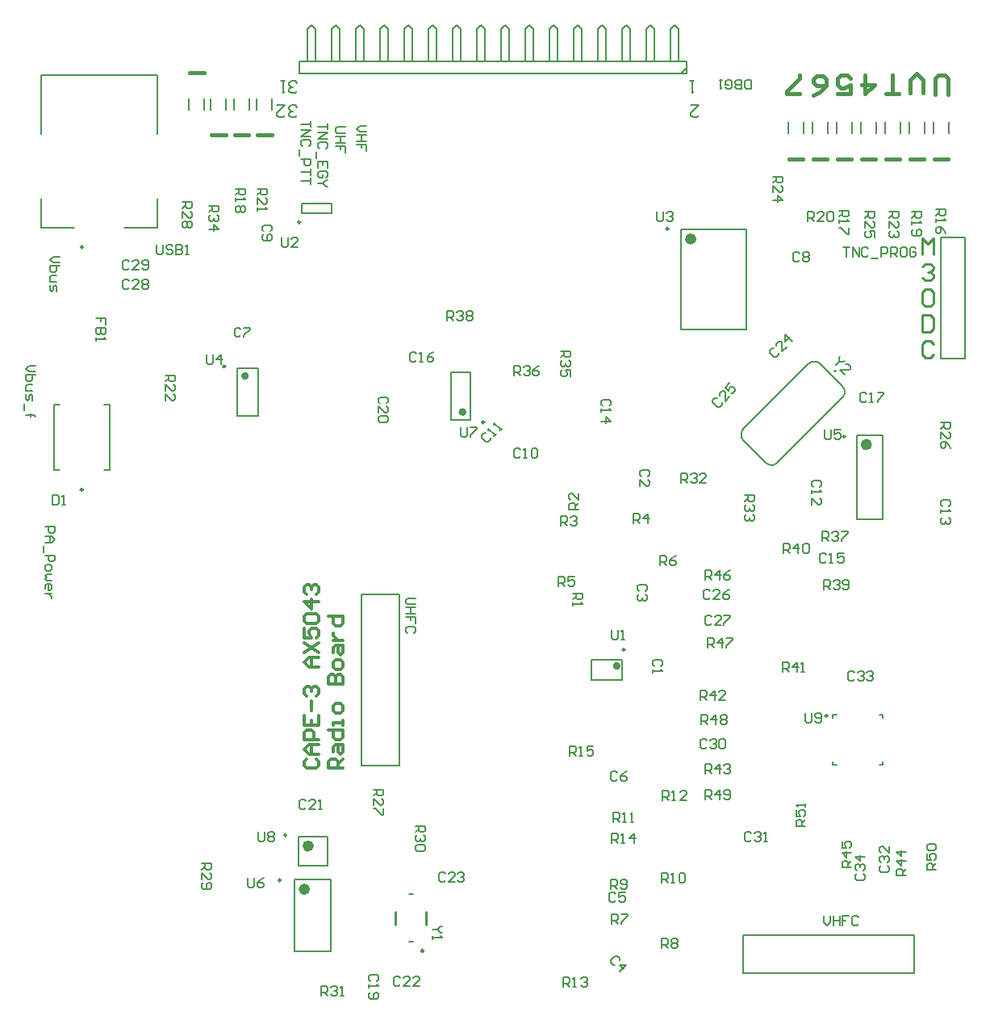
<source format=gto>
G04*
G04 #@! TF.GenerationSoftware,Altium Limited,Altium Designer,19.1.6 (110)*
G04*
G04 Layer_Color=65535*
%FSLAX25Y25*%
%MOIN*%
G70*
G01*
G75*
%ADD10C,0.02362*%
%ADD11C,0.00984*%
%ADD12C,0.01575*%
%ADD13C,0.00787*%
%ADD14C,0.00700*%
%ADD15C,0.01000*%
%ADD16C,0.01200*%
%ADD17C,0.00800*%
D10*
X230303Y-138114D02*
G03*
X230303Y-138114I-1181J0D01*
G01*
X157732Y-53268D02*
G03*
X157732Y-53268I-1181J0D01*
G01*
X-1862Y-321673D02*
G03*
X-1862Y-321673I-1181J0D01*
G01*
X-287Y-303835D02*
G03*
X-287Y-303835I-1181J0D01*
G01*
D11*
X220362Y-134797D02*
G03*
X220362Y-134797I-492J0D01*
G01*
X129382Y-222831D02*
G03*
X129382Y-222831I-492J0D01*
G01*
X-4693Y-46307D02*
G03*
X-4693Y-46307I-492J0D01*
G01*
X147398Y-49055D02*
G03*
X147398Y-49055I-492J0D01*
G01*
X-35713Y-105791D02*
G03*
X-35713Y-105791I-492J0D01*
G01*
X-12787Y-317933D02*
G03*
X-12787Y-317933I-492J0D01*
G01*
X71244Y-128847D02*
G03*
X71244Y-128847I-492J0D01*
G01*
X-10425Y-299307D02*
G03*
X-10425Y-299307I-492J0D01*
G01*
X46216Y-347083D02*
G03*
X46216Y-347083I-492J0D01*
G01*
X213079Y-250118D02*
G03*
X213079Y-250118I-492J0D01*
G01*
X-94508Y-156764D02*
G03*
X-94508Y-156764I-492J0D01*
G01*
X-94453Y-56630D02*
G03*
X-94453Y-56630I-492J0D01*
G01*
X252246Y-59728D02*
Y-52841D01*
X254542Y-55137D01*
X256838Y-52841D01*
Y-59728D01*
X252246Y-64616D02*
X253394Y-63468D01*
X255690D01*
X256838Y-64616D01*
Y-65764D01*
X255690Y-66912D01*
X254542D01*
X255690D01*
X256838Y-68060D01*
Y-69208D01*
X255690Y-70355D01*
X253394D01*
X252246Y-69208D01*
Y-75243D02*
X253394Y-74095D01*
X255690D01*
X256838Y-75243D01*
Y-79835D01*
X255690Y-80983D01*
X253394D01*
X252246Y-79835D01*
Y-75243D01*
Y-84722D02*
Y-91610D01*
X255690D01*
X256838Y-90462D01*
Y-85870D01*
X255690Y-84722D01*
X252246D01*
X256838Y-96497D02*
X255690Y-95350D01*
X253394D01*
X252246Y-96497D01*
Y-101089D01*
X253394Y-102237D01*
X255690D01*
X256838Y-101089D01*
D12*
X126787Y-229500D02*
G03*
X126787Y-229500I-787J0D01*
G01*
X-26795Y-109807D02*
G03*
X-26795Y-109807I-787J0D01*
G01*
X63075Y-124693D02*
G03*
X63075Y-124693I-787J0D01*
G01*
X217047Y-20177D02*
X222953D01*
X257047Y-20177D02*
X262953D01*
X207047Y-20177D02*
X212953D01*
X247047Y-20177D02*
X252953D01*
X-31953Y-10295D02*
X-26047D01*
X-22453D02*
X-16547D01*
X197047Y-20177D02*
X202953D01*
X237047D02*
X242953D01*
X227047D02*
X232953D01*
X-41453Y-10295D02*
X-35547D01*
X-50453Y15295D02*
X-44547D01*
X201425Y6554D02*
X196177D01*
Y7866D01*
X201425Y13113D01*
Y14425D01*
X207178Y6054D02*
X209801Y7366D01*
X212425Y9990D01*
Y12613D01*
X211113Y13925D01*
X208489D01*
X207178Y12613D01*
Y11301D01*
X208489Y9990D01*
X212425D01*
X217178Y6554D02*
X222425D01*
Y10490D01*
X219801Y9178D01*
X218490D01*
X217178Y10490D01*
Y13113D01*
X218490Y14425D01*
X221113D01*
X222425Y13113D01*
X228489Y14425D02*
Y6554D01*
X232425Y10490D01*
X227178D01*
X262925Y6398D02*
Y12957D01*
X261613Y14269D01*
X258990D01*
X257678Y12957D01*
Y6398D01*
X242425Y6554D02*
X237178D01*
X239801D01*
Y14425D01*
X252425Y7054D02*
Y12301D01*
X249801Y14925D01*
X247178Y12301D01*
Y7054D01*
D13*
X219254Y-118665D02*
G03*
X219254Y-114072I-2297J2297D01*
G01*
X209928Y-104746D02*
G03*
X205335Y-104746I-2297J-2297D01*
G01*
X178331Y-131749D02*
G03*
X178331Y-136343I2297J-2297D01*
G01*
X187657Y-145669D02*
G03*
X192251Y-145669I2297J2297D01*
G01*
X225185Y-168823D02*
X235815D01*
X225185Y-134177D02*
X235815D01*
Y-168823D02*
Y-134177D01*
X225185Y-168823D02*
Y-134177D01*
X178268Y-356437D02*
X248740D01*
X178268Y-340689D02*
X248740D01*
X178268Y-356437D02*
Y-340689D01*
X248740Y-356437D02*
Y-340689D01*
X36142Y-270559D02*
Y-200087D01*
X20394Y-270559D02*
Y-200087D01*
Y-270559D02*
X36142D01*
X20394Y-200087D02*
X36142D01*
X115701Y-226866D02*
X128299D01*
X115701Y-235134D02*
X128299D01*
Y-226866D01*
X115701Y-235134D02*
Y-226866D01*
X216850Y-9744D02*
Y-5020D01*
X223150Y-9744D02*
Y-5020D01*
X256850Y-9744D02*
Y-5020D01*
X263150Y-9744D02*
Y-5020D01*
X206850Y-9744D02*
Y-5020D01*
X213150Y-9744D02*
Y-5020D01*
X246850Y-9744D02*
Y-5020D01*
X253150Y-9744D02*
Y-5020D01*
X-32150Y138D02*
Y4862D01*
X-25850Y138D02*
Y4862D01*
X-4102Y-42469D02*
Y-38532D01*
X8102Y-42469D02*
Y-38532D01*
X-4102Y-42469D02*
X8102D01*
X-4102Y-38532D02*
X8102D01*
X152614Y-90669D02*
Y-49331D01*
X179386Y-90669D02*
Y-49331D01*
X152614D02*
X179386D01*
X152614Y-90669D02*
X179386D01*
X-22650Y138D02*
Y4862D01*
X-16350Y138D02*
Y4862D01*
X-30732Y-126342D02*
Y-106658D01*
X-22268Y-126342D02*
Y-106658D01*
X-30732D02*
X-22268D01*
X-30732Y-126342D02*
X-22268D01*
X196850Y-9744D02*
Y-5020D01*
X203150Y-9744D02*
Y-5020D01*
X236850Y-9744D02*
Y-5020D01*
X243150Y-9744D02*
Y-5020D01*
X226850Y-9744D02*
Y-5020D01*
X233150Y-9744D02*
Y-5020D01*
X260000Y-52500D02*
X270000D01*
Y-102500D02*
Y-52500D01*
X260000Y-102500D02*
Y-52500D01*
Y-102500D02*
X270000D01*
X-6980Y-347264D02*
X7980D01*
X-6980Y-317736D02*
X7980D01*
Y-347264D02*
Y-317736D01*
X-6980Y-347264D02*
Y-317736D01*
X-41650Y138D02*
Y4862D01*
X-35350Y138D02*
Y4862D01*
X57563Y-108158D02*
X65437D01*
X57563Y-127842D02*
X65437D01*
X57563D02*
Y-108158D01*
X65437Y-127842D02*
Y-108158D01*
X-44350Y138D02*
Y4862D01*
X-50650Y138D02*
Y4862D01*
X-5406Y-312102D02*
X6406D01*
X-5406Y-299898D02*
X6406D01*
Y-312102D02*
Y-299898D01*
X-5406Y-312102D02*
Y-299898D01*
X40213Y-343342D02*
X41787D01*
X40213Y-323657D02*
X41787D01*
X209928Y-104746D02*
X219254Y-114072D01*
X192251Y-145669D02*
X219254Y-118665D01*
X178331Y-131749D02*
X205335Y-104746D01*
X178331Y-136343D02*
X187657Y-145669D01*
X215146Y-251102D02*
Y-249528D01*
X216721D01*
X234437D02*
X236012D01*
Y-251102D02*
Y-249528D01*
Y-270394D02*
Y-268819D01*
X234437Y-270394D02*
X236012D01*
X215146D02*
Y-268819D01*
Y-270394D02*
X216721D01*
X155000Y15000D02*
X155000Y20000D01*
X-5000Y20000D02*
X155000Y20000D01*
X-5000Y20000D02*
X-5000Y15000D01*
X152500D02*
X155000Y17500D01*
X151667Y20000D02*
Y33333D01*
X150000Y35000D02*
X151667Y33333D01*
X148333D02*
X150000Y35000D01*
X148333Y20000D02*
Y33333D01*
X141667Y20000D02*
Y33333D01*
X140000Y35000D02*
X141667Y33333D01*
X138333D02*
X140000Y35000D01*
X138333Y33333D02*
X138333Y20000D01*
X131667D02*
X131667Y33333D01*
X130000Y35000D02*
X131667Y33333D01*
X128333D02*
X130000Y35000D01*
X128333Y20000D02*
X128333Y33333D01*
X121667Y20000D02*
Y33333D01*
X120000Y35000D02*
X121667Y33333D01*
X118333D02*
X120000Y35000D01*
X118333Y20000D02*
Y33333D01*
X111667Y20000D02*
Y33333D01*
X110000Y35000D02*
X111667Y33333D01*
X108333Y33333D02*
X110000Y35000D01*
X108333Y20000D02*
Y33333D01*
X101667Y20000D02*
Y33333D01*
X100000Y35000D02*
X101667Y33333D01*
X98333D02*
X100000Y35000D01*
X98333Y20000D02*
Y33333D01*
X91667D02*
X91667Y20000D01*
X90000Y35000D02*
X91667Y33333D01*
X88333D02*
X90000Y35000D01*
X88333Y20000D02*
Y33333D01*
X81667Y20000D02*
X81667Y33333D01*
X80000Y35000D02*
X81667Y33333D01*
X78333D02*
X80000Y35000D01*
X78333Y20000D02*
Y33333D01*
X71667Y20000D02*
Y33333D01*
X70000Y35000D02*
X71667Y33333D01*
X68333Y33333D02*
X70000Y35000D01*
X68333Y20000D02*
Y33333D01*
X61667Y20000D02*
Y33333D01*
X60000Y35000D02*
X61667Y33333D01*
X58333D02*
X60000Y35000D01*
X58333Y20000D02*
Y33333D01*
X51667Y20000D02*
Y33333D01*
X50000Y35000D02*
X51667Y33333D01*
X48333D02*
X50000Y35000D01*
X48333Y20000D02*
Y33333D01*
X41667Y20000D02*
X41667Y33333D01*
X40000Y35000D02*
X41667Y33333D01*
X38333D02*
X40000Y35000D01*
X38333Y20000D02*
X38333Y33333D01*
X31667Y20000D02*
Y33333D01*
X30000Y35000D02*
X31667Y33333D01*
X28333D02*
X30000Y35000D01*
X28333Y20000D02*
Y33333D01*
X21667Y20000D02*
Y33333D01*
X20000Y35000D02*
X21667Y33333D01*
X18333Y33333D02*
X20000Y35000D01*
X18333Y20000D02*
Y33333D01*
X11667Y20000D02*
Y33333D01*
X10000Y35000D02*
X11667Y33333D01*
X8333D02*
X10000Y35000D01*
X8333Y20000D02*
Y33333D01*
X1667Y20000D02*
Y33333D01*
X0Y35000D02*
X1667Y33333D01*
X-1667D02*
X0Y35000D01*
X-1667Y20000D02*
X-1667Y33333D01*
X-5000Y15000D02*
X155000Y15000D01*
X-106496Y-148553D02*
Y-121545D01*
X-104075D01*
X-106496Y-148553D02*
X-104075D01*
X-83504D02*
Y-121545D01*
X-85925Y-148553D02*
X-83504D01*
X-85925Y-121545D02*
X-83504D01*
X-111724Y14433D02*
X-63929Y14433D01*
X-111724Y-48559D02*
X-98142D01*
X-111724D02*
Y-36748D01*
Y-9819D02*
Y14433D01*
X-63929Y-9819D02*
Y14433D01*
Y-48559D02*
Y-36748D01*
X-77512Y-48559D02*
X-63929Y-48559D01*
X211500Y-332564D02*
Y-335188D01*
X212812Y-336500D01*
X214124Y-335188D01*
Y-332564D01*
X215436D02*
Y-336500D01*
Y-334532D01*
X218059D01*
Y-332564D01*
Y-336500D01*
X221995Y-332564D02*
X219372D01*
Y-334532D01*
X220683D01*
X219372D01*
Y-336500D01*
X225931Y-333220D02*
X225275Y-332564D01*
X223963D01*
X223307Y-333220D01*
Y-335844D01*
X223963Y-336500D01*
X225275D01*
X225931Y-335844D01*
X42936Y-201500D02*
X39656D01*
X39000Y-202156D01*
Y-203468D01*
X39656Y-204124D01*
X42936D01*
Y-205436D02*
X39000D01*
X40968D01*
Y-208060D01*
X42936D01*
X39000D01*
X42936Y-211995D02*
Y-209371D01*
X40968D01*
Y-210683D01*
Y-209371D01*
X39000D01*
X42280Y-215931D02*
X42936Y-215275D01*
Y-213963D01*
X42280Y-213307D01*
X39656D01*
X39000Y-213963D01*
Y-215275D01*
X39656Y-215931D01*
X212000Y-132064D02*
Y-135344D01*
X212656Y-136000D01*
X213968D01*
X214624Y-135344D01*
Y-132064D01*
X218560D02*
X215936D01*
Y-134032D01*
X217248Y-133376D01*
X217904D01*
X218560Y-134032D01*
Y-135344D01*
X217904Y-136000D01*
X216592D01*
X215936Y-135344D01*
X218283Y-101717D02*
X217819Y-102181D01*
Y-104036D01*
X219674D01*
X220138Y-103572D01*
X217819Y-104036D02*
X216428Y-105428D01*
X220138Y-109138D02*
X218283Y-107283D01*
X221994D01*
X222458Y-106819D01*
X222458Y-105892D01*
X221530Y-104964D01*
X220602D01*
X53936Y-337000D02*
X53280D01*
X51968Y-338312D01*
X53280Y-339624D01*
X53936D01*
X51968Y-338312D02*
X50000D01*
Y-340936D02*
Y-342248D01*
Y-341592D01*
X53936D01*
X53280Y-340936D01*
X22436Y-6500D02*
X19812D01*
X18500Y-7812D01*
X19812Y-9124D01*
X22436D01*
Y-10436D02*
X18500D01*
X20468D01*
Y-13060D01*
X22436D01*
X18500D01*
X22436Y-16995D02*
Y-14371D01*
X20468D01*
Y-15683D01*
Y-14371D01*
X18500D01*
X-104064Y-60500D02*
X-106688D01*
X-108000Y-61812D01*
X-106688Y-63124D01*
X-104064D01*
Y-64436D02*
X-108000D01*
Y-66404D01*
X-107344Y-67060D01*
X-106688D01*
X-106032D01*
X-105376Y-66404D01*
Y-64436D01*
Y-68371D02*
X-107344D01*
X-108000Y-69027D01*
Y-70995D01*
X-105376D01*
X-108000Y-72307D02*
Y-74275D01*
X-107344Y-74931D01*
X-106688Y-74275D01*
Y-72963D01*
X-106032Y-72307D01*
X-105376Y-72963D01*
Y-74931D01*
X-114064Y-105500D02*
X-116688D01*
X-118000Y-106812D01*
X-116688Y-108124D01*
X-114064D01*
Y-109436D02*
X-118000D01*
Y-111404D01*
X-117344Y-112060D01*
X-116688D01*
X-116032D01*
X-115376Y-111404D01*
Y-109436D01*
Y-113372D02*
X-117344D01*
X-118000Y-114027D01*
Y-115995D01*
X-115376D01*
X-118000Y-117307D02*
Y-119275D01*
X-117344Y-119931D01*
X-116688Y-119275D01*
Y-117963D01*
X-116032Y-117307D01*
X-115376Y-117963D01*
Y-119931D01*
X-118656Y-121243D02*
Y-123867D01*
X-118000Y-125835D02*
X-114720D01*
X-116032D01*
Y-125179D01*
Y-126491D01*
Y-125835D01*
X-114720D01*
X-114064Y-126491D01*
X-64000Y-55564D02*
Y-58844D01*
X-63344Y-59500D01*
X-62032D01*
X-61376Y-58844D01*
Y-55564D01*
X-57440Y-56220D02*
X-58096Y-55564D01*
X-59408D01*
X-60064Y-56220D01*
Y-56876D01*
X-59408Y-57532D01*
X-58096D01*
X-57440Y-58188D01*
Y-58844D01*
X-58096Y-59500D01*
X-59408D01*
X-60064Y-58844D01*
X-56129Y-55564D02*
Y-59500D01*
X-54161D01*
X-53505Y-58844D01*
Y-58188D01*
X-54161Y-57532D01*
X-56129D01*
X-54161D01*
X-53505Y-56876D01*
Y-56220D01*
X-54161Y-55564D01*
X-56129D01*
X-52193Y-59500D02*
X-50881D01*
X-51537D01*
Y-55564D01*
X-52193Y-56220D01*
X13936Y-7000D02*
X10656D01*
X10000Y-7656D01*
Y-8968D01*
X10656Y-9624D01*
X13936D01*
Y-10936D02*
X10000D01*
X11968D01*
Y-13560D01*
X13936D01*
X10000D01*
X13936Y-17495D02*
Y-14872D01*
X11968D01*
Y-16183D01*
Y-14872D01*
X10000D01*
X204000Y-249064D02*
Y-252344D01*
X204656Y-253000D01*
X205968D01*
X206624Y-252344D01*
Y-249064D01*
X207936Y-252344D02*
X208592Y-253000D01*
X209904D01*
X210560Y-252344D01*
Y-249720D01*
X209904Y-249064D01*
X208592D01*
X207936Y-249720D01*
Y-250376D01*
X208592Y-251032D01*
X210560D01*
X-22000Y-298064D02*
Y-301344D01*
X-21344Y-302000D01*
X-20032D01*
X-19376Y-301344D01*
Y-298064D01*
X-18064Y-298720D02*
X-17408Y-298064D01*
X-16096D01*
X-15440Y-298720D01*
Y-299376D01*
X-16096Y-300032D01*
X-15440Y-300688D01*
Y-301344D01*
X-16096Y-302000D01*
X-17408D01*
X-18064Y-301344D01*
Y-300688D01*
X-17408Y-300032D01*
X-18064Y-299376D01*
Y-298720D01*
X-17408Y-300032D02*
X-16096D01*
X61500Y-131064D02*
Y-134344D01*
X62156Y-135000D01*
X63468D01*
X64124Y-134344D01*
Y-131064D01*
X65436D02*
X68060D01*
Y-131720D01*
X65436Y-134344D01*
Y-135000D01*
X-26500Y-317064D02*
Y-320344D01*
X-25844Y-321000D01*
X-24532D01*
X-23876Y-320344D01*
Y-317064D01*
X-19940D02*
X-21252Y-317720D01*
X-22564Y-319032D01*
Y-320344D01*
X-21908Y-321000D01*
X-20596D01*
X-19940Y-320344D01*
Y-319688D01*
X-20596Y-319032D01*
X-22564D01*
X-43500Y-101064D02*
Y-104344D01*
X-42844Y-105000D01*
X-41532D01*
X-40876Y-104344D01*
Y-101064D01*
X-37596Y-105000D02*
Y-101064D01*
X-39564Y-103032D01*
X-36940D01*
X142500Y-42064D02*
Y-45344D01*
X143156Y-46000D01*
X144468D01*
X145124Y-45344D01*
Y-42064D01*
X146436Y-42720D02*
X147092Y-42064D01*
X148404D01*
X149060Y-42720D01*
Y-43376D01*
X148404Y-44032D01*
X147748D01*
X148404D01*
X149060Y-44688D01*
Y-45344D01*
X148404Y-46000D01*
X147092D01*
X146436Y-45344D01*
X-12500Y-52564D02*
Y-55844D01*
X-11844Y-56500D01*
X-10532D01*
X-9876Y-55844D01*
Y-52564D01*
X-5940Y-56500D02*
X-8564D01*
X-5940Y-53876D01*
Y-53220D01*
X-6596Y-52564D01*
X-7908D01*
X-8564Y-53220D01*
X124000Y-214564D02*
Y-217844D01*
X124656Y-218500D01*
X125968D01*
X126624Y-217844D01*
Y-214564D01*
X127936Y-218500D02*
X129248D01*
X128592D01*
Y-214564D01*
X127936Y-215220D01*
X-564Y-4500D02*
Y-7124D01*
Y-5812D01*
X-4500D01*
Y-8436D02*
X-564D01*
X-4500Y-11060D01*
X-564D01*
X-1220Y-14995D02*
X-564Y-14339D01*
Y-13027D01*
X-1220Y-12371D01*
X-3844D01*
X-4500Y-13027D01*
Y-14339D01*
X-3844Y-14995D01*
X-5156Y-16307D02*
Y-18931D01*
X-4500Y-20243D02*
X-564D01*
Y-22211D01*
X-1220Y-22867D01*
X-2532D01*
X-3188Y-22211D01*
Y-20243D01*
X-564Y-24179D02*
Y-26803D01*
Y-25491D01*
X-4500D01*
X-564Y-28114D02*
Y-30738D01*
Y-29426D01*
X-4500D01*
X219500Y-56564D02*
X222124D01*
X220812D01*
Y-60500D01*
X223436D02*
Y-56564D01*
X226060Y-60500D01*
Y-56564D01*
X229995Y-57220D02*
X229339Y-56564D01*
X228027D01*
X227372Y-57220D01*
Y-59844D01*
X228027Y-60500D01*
X229339D01*
X229995Y-59844D01*
X231307Y-61156D02*
X233931D01*
X235243Y-60500D02*
Y-56564D01*
X237211D01*
X237867Y-57220D01*
Y-58532D01*
X237211Y-59188D01*
X235243D01*
X239179Y-60500D02*
Y-56564D01*
X241147D01*
X241803Y-57220D01*
Y-58532D01*
X241147Y-59188D01*
X239179D01*
X240491D02*
X241803Y-60500D01*
X245082Y-56564D02*
X243770D01*
X243114Y-57220D01*
Y-59844D01*
X243770Y-60500D01*
X245082D01*
X245738Y-59844D01*
Y-57220D01*
X245082Y-56564D01*
X249674Y-57220D02*
X249018Y-56564D01*
X247706D01*
X247050Y-57220D01*
Y-59844D01*
X247706Y-60500D01*
X249018D01*
X249674Y-59844D01*
Y-58532D01*
X248362D01*
X6436Y-5500D02*
Y-8124D01*
Y-6812D01*
X2500D01*
Y-9436D02*
X6436D01*
X2500Y-12060D01*
X6436D01*
X5780Y-15995D02*
X6436Y-15339D01*
Y-14027D01*
X5780Y-13372D01*
X3156D01*
X2500Y-14027D01*
Y-15339D01*
X3156Y-15995D01*
X1844Y-17307D02*
Y-19931D01*
X6436Y-23867D02*
Y-21243D01*
X2500D01*
Y-23867D01*
X4468Y-21243D02*
Y-22555D01*
X5780Y-27803D02*
X6436Y-27147D01*
Y-25835D01*
X5780Y-25179D01*
X3156D01*
X2500Y-25835D01*
Y-27147D01*
X3156Y-27803D01*
X4468D01*
Y-26491D01*
X6436Y-29114D02*
X5780D01*
X4468Y-30426D01*
X5780Y-31738D01*
X6436D01*
X4468Y-30426D02*
X2500D01*
X204000Y-295500D02*
X200064D01*
Y-293532D01*
X200720Y-292876D01*
X202032D01*
X202688Y-293532D01*
Y-295500D01*
Y-294188D02*
X204000Y-292876D01*
X200064Y-288940D02*
Y-291564D01*
X202032D01*
X201376Y-290252D01*
Y-289596D01*
X202032Y-288940D01*
X203344D01*
X204000Y-289596D01*
Y-290908D01*
X203344Y-291564D01*
X204000Y-287629D02*
Y-286317D01*
Y-286973D01*
X200064D01*
X200720Y-287629D01*
X258000Y-313500D02*
X254064D01*
Y-311532D01*
X254720Y-310876D01*
X256032D01*
X256688Y-311532D01*
Y-313500D01*
Y-312188D02*
X258000Y-310876D01*
X254064Y-306940D02*
Y-309564D01*
X256032D01*
X255376Y-308252D01*
Y-307596D01*
X256032Y-306940D01*
X257344D01*
X258000Y-307596D01*
Y-308908D01*
X257344Y-309564D01*
X254720Y-305628D02*
X254064Y-304973D01*
Y-303661D01*
X254720Y-303005D01*
X257344D01*
X258000Y-303661D01*
Y-304973D01*
X257344Y-305628D01*
X254720D01*
X162500Y-284500D02*
Y-280564D01*
X164468D01*
X165124Y-281220D01*
Y-282532D01*
X164468Y-283188D01*
X162500D01*
X163812D02*
X165124Y-284500D01*
X168404D02*
Y-280564D01*
X166436Y-282532D01*
X169060D01*
X170371Y-283844D02*
X171027Y-284500D01*
X172339D01*
X172995Y-283844D01*
Y-281220D01*
X172339Y-280564D01*
X171027D01*
X170371Y-281220D01*
Y-281876D01*
X171027Y-282532D01*
X172995D01*
X161000Y-253500D02*
Y-249564D01*
X162968D01*
X163624Y-250220D01*
Y-251532D01*
X162968Y-252188D01*
X161000D01*
X162312D02*
X163624Y-253500D01*
X166904D02*
Y-249564D01*
X164936Y-251532D01*
X167560D01*
X168871Y-250220D02*
X169527Y-249564D01*
X170839D01*
X171495Y-250220D01*
Y-250876D01*
X170839Y-251532D01*
X171495Y-252188D01*
Y-252844D01*
X170839Y-253500D01*
X169527D01*
X168871Y-252844D01*
Y-252188D01*
X169527Y-251532D01*
X168871Y-250876D01*
Y-250220D01*
X169527Y-251532D02*
X170839D01*
X163500Y-222000D02*
Y-218064D01*
X165468D01*
X166124Y-218720D01*
Y-220032D01*
X165468Y-220688D01*
X163500D01*
X164812D02*
X166124Y-222000D01*
X169404D02*
Y-218064D01*
X167436Y-220032D01*
X170060D01*
X171371Y-218064D02*
X173995D01*
Y-218720D01*
X171371Y-221344D01*
Y-222000D01*
X162500Y-194000D02*
Y-190064D01*
X164468D01*
X165124Y-190720D01*
Y-192032D01*
X164468Y-192688D01*
X162500D01*
X163812D02*
X165124Y-194000D01*
X168404D02*
Y-190064D01*
X166436Y-192032D01*
X169060D01*
X172995Y-190064D02*
X171683Y-190720D01*
X170371Y-192032D01*
Y-193344D01*
X171027Y-194000D01*
X172339D01*
X172995Y-193344D01*
Y-192688D01*
X172339Y-192032D01*
X170371D01*
X223000Y-312500D02*
X219064D01*
Y-310532D01*
X219720Y-309876D01*
X221032D01*
X221688Y-310532D01*
Y-312500D01*
Y-311188D02*
X223000Y-309876D01*
Y-306596D02*
X219064D01*
X221032Y-308564D01*
Y-305940D01*
X219064Y-302005D02*
Y-304628D01*
X221032D01*
X220376Y-303317D01*
Y-302661D01*
X221032Y-302005D01*
X222344D01*
X223000Y-302661D01*
Y-303973D01*
X222344Y-304628D01*
X245500Y-316000D02*
X241564D01*
Y-314032D01*
X242220Y-313376D01*
X243532D01*
X244188Y-314032D01*
Y-316000D01*
Y-314688D02*
X245500Y-313376D01*
Y-310096D02*
X241564D01*
X243532Y-312064D01*
Y-309440D01*
X245500Y-306161D02*
X241564D01*
X243532Y-308128D01*
Y-305505D01*
X162500Y-274000D02*
Y-270064D01*
X164468D01*
X165124Y-270720D01*
Y-272032D01*
X164468Y-272688D01*
X162500D01*
X163812D02*
X165124Y-274000D01*
X168404D02*
Y-270064D01*
X166436Y-272032D01*
X169060D01*
X170371Y-270720D02*
X171027Y-270064D01*
X172339D01*
X172995Y-270720D01*
Y-271376D01*
X172339Y-272032D01*
X171683D01*
X172339D01*
X172995Y-272688D01*
Y-273344D01*
X172339Y-274000D01*
X171027D01*
X170371Y-273344D01*
X160500Y-243500D02*
Y-239564D01*
X162468D01*
X163124Y-240220D01*
Y-241532D01*
X162468Y-242188D01*
X160500D01*
X161812D02*
X163124Y-243500D01*
X166404D02*
Y-239564D01*
X164436Y-241532D01*
X167060D01*
X170995Y-243500D02*
X168371D01*
X170995Y-240876D01*
Y-240220D01*
X170339Y-239564D01*
X169027D01*
X168371Y-240220D01*
X194500Y-232000D02*
Y-228064D01*
X196468D01*
X197124Y-228720D01*
Y-230032D01*
X196468Y-230688D01*
X194500D01*
X195812D02*
X197124Y-232000D01*
X200404D02*
Y-228064D01*
X198436Y-230032D01*
X201060D01*
X202372Y-232000D02*
X203683D01*
X203027D01*
Y-228064D01*
X202372Y-228720D01*
X195000Y-183000D02*
Y-179064D01*
X196968D01*
X197624Y-179720D01*
Y-181032D01*
X196968Y-181688D01*
X195000D01*
X196312D02*
X197624Y-183000D01*
X200904D02*
Y-179064D01*
X198936Y-181032D01*
X201560D01*
X202871Y-179720D02*
X203527Y-179064D01*
X204839D01*
X205495Y-179720D01*
Y-182344D01*
X204839Y-183000D01*
X203527D01*
X202871Y-182344D01*
Y-179720D01*
X211500Y-198000D02*
Y-194064D01*
X213468D01*
X214124Y-194720D01*
Y-196032D01*
X213468Y-196688D01*
X211500D01*
X212812D02*
X214124Y-198000D01*
X215436Y-194720D02*
X216092Y-194064D01*
X217404D01*
X218060Y-194720D01*
Y-195376D01*
X217404Y-196032D01*
X216748D01*
X217404D01*
X218060Y-196688D01*
Y-197344D01*
X217404Y-198000D01*
X216092D01*
X215436Y-197344D01*
X219372D02*
X220027Y-198000D01*
X221339D01*
X221995Y-197344D01*
Y-194720D01*
X221339Y-194064D01*
X220027D01*
X219372Y-194720D01*
Y-195376D01*
X220027Y-196032D01*
X221995D01*
X56000Y-87000D02*
Y-83064D01*
X57968D01*
X58624Y-83720D01*
Y-85032D01*
X57968Y-85688D01*
X56000D01*
X57312D02*
X58624Y-87000D01*
X59936Y-83720D02*
X60592Y-83064D01*
X61904D01*
X62560Y-83720D01*
Y-84376D01*
X61904Y-85032D01*
X61248D01*
X61904D01*
X62560Y-85688D01*
Y-86344D01*
X61904Y-87000D01*
X60592D01*
X59936Y-86344D01*
X63872Y-83720D02*
X64527Y-83064D01*
X65839D01*
X66495Y-83720D01*
Y-84376D01*
X65839Y-85032D01*
X66495Y-85688D01*
Y-86344D01*
X65839Y-87000D01*
X64527D01*
X63872Y-86344D01*
Y-85688D01*
X64527Y-85032D01*
X63872Y-84376D01*
Y-83720D01*
X64527Y-85032D02*
X65839D01*
X211000Y-178000D02*
Y-174064D01*
X212968D01*
X213624Y-174720D01*
Y-176032D01*
X212968Y-176688D01*
X211000D01*
X212312D02*
X213624Y-178000D01*
X214936Y-174720D02*
X215592Y-174064D01*
X216904D01*
X217560Y-174720D01*
Y-175376D01*
X216904Y-176032D01*
X216248D01*
X216904D01*
X217560Y-176688D01*
Y-177344D01*
X216904Y-178000D01*
X215592D01*
X214936Y-177344D01*
X218871Y-174064D02*
X221495D01*
Y-174720D01*
X218871Y-177344D01*
Y-178000D01*
X83500Y-109500D02*
Y-105564D01*
X85468D01*
X86124Y-106220D01*
Y-107532D01*
X85468Y-108188D01*
X83500D01*
X84812D02*
X86124Y-109500D01*
X87436Y-106220D02*
X88092Y-105564D01*
X89404D01*
X90060Y-106220D01*
Y-106876D01*
X89404Y-107532D01*
X88748D01*
X89404D01*
X90060Y-108188D01*
Y-108844D01*
X89404Y-109500D01*
X88092D01*
X87436Y-108844D01*
X93995Y-105564D02*
X92683Y-106220D01*
X91372Y-107532D01*
Y-108844D01*
X92027Y-109500D01*
X93339D01*
X93995Y-108844D01*
Y-108188D01*
X93339Y-107532D01*
X91372D01*
X103000Y-99500D02*
X106936D01*
Y-101468D01*
X106280Y-102124D01*
X104968D01*
X104312Y-101468D01*
Y-99500D01*
Y-100812D02*
X103000Y-102124D01*
X106280Y-103436D02*
X106936Y-104092D01*
Y-105404D01*
X106280Y-106060D01*
X105624D01*
X104968Y-105404D01*
Y-104748D01*
Y-105404D01*
X104312Y-106060D01*
X103656D01*
X103000Y-105404D01*
Y-104092D01*
X103656Y-103436D01*
X106936Y-109995D02*
Y-107371D01*
X104968D01*
X105624Y-108683D01*
Y-109339D01*
X104968Y-109995D01*
X103656D01*
X103000Y-109339D01*
Y-108027D01*
X103656Y-107371D01*
X-42500Y-39500D02*
X-38564D01*
Y-41468D01*
X-39220Y-42124D01*
X-40532D01*
X-41188Y-41468D01*
Y-39500D01*
Y-40812D02*
X-42500Y-42124D01*
X-39220Y-43436D02*
X-38564Y-44092D01*
Y-45404D01*
X-39220Y-46060D01*
X-39876D01*
X-40532Y-45404D01*
Y-44748D01*
Y-45404D01*
X-41188Y-46060D01*
X-41844D01*
X-42500Y-45404D01*
Y-44092D01*
X-41844Y-43436D01*
X-42500Y-49339D02*
X-38564D01*
X-40532Y-47372D01*
Y-49995D01*
X179000Y-159000D02*
X182936D01*
Y-160968D01*
X182280Y-161624D01*
X180968D01*
X180312Y-160968D01*
Y-159000D01*
Y-160312D02*
X179000Y-161624D01*
X182280Y-162936D02*
X182936Y-163592D01*
Y-164904D01*
X182280Y-165560D01*
X181624D01*
X180968Y-164904D01*
Y-164248D01*
Y-164904D01*
X180312Y-165560D01*
X179656D01*
X179000Y-164904D01*
Y-163592D01*
X179656Y-162936D01*
X182280Y-166872D02*
X182936Y-167527D01*
Y-168839D01*
X182280Y-169495D01*
X181624D01*
X180968Y-168839D01*
Y-168183D01*
Y-168839D01*
X180312Y-169495D01*
X179656D01*
X179000Y-168839D01*
Y-167527D01*
X179656Y-166872D01*
X152500Y-154000D02*
Y-150064D01*
X154468D01*
X155124Y-150720D01*
Y-152032D01*
X154468Y-152688D01*
X152500D01*
X153812D02*
X155124Y-154000D01*
X156436Y-150720D02*
X157092Y-150064D01*
X158404D01*
X159060Y-150720D01*
Y-151376D01*
X158404Y-152032D01*
X157748D01*
X158404D01*
X159060Y-152688D01*
Y-153344D01*
X158404Y-154000D01*
X157092D01*
X156436Y-153344D01*
X162995Y-154000D02*
X160371D01*
X162995Y-151376D01*
Y-150720D01*
X162339Y-150064D01*
X161027D01*
X160371Y-150720D01*
X4000Y-365500D02*
Y-361564D01*
X5968D01*
X6624Y-362220D01*
Y-363532D01*
X5968Y-364188D01*
X4000D01*
X5312D02*
X6624Y-365500D01*
X7936Y-362220D02*
X8592Y-361564D01*
X9904D01*
X10560Y-362220D01*
Y-362876D01*
X9904Y-363532D01*
X9248D01*
X9904D01*
X10560Y-364188D01*
Y-364844D01*
X9904Y-365500D01*
X8592D01*
X7936Y-364844D01*
X11872Y-365500D02*
X13183D01*
X12527D01*
Y-361564D01*
X11872Y-362220D01*
X43000Y-295500D02*
X46936D01*
Y-297468D01*
X46280Y-298124D01*
X44968D01*
X44312Y-297468D01*
Y-295500D01*
Y-296812D02*
X43000Y-298124D01*
X46280Y-299436D02*
X46936Y-300092D01*
Y-301404D01*
X46280Y-302060D01*
X45624D01*
X44968Y-301404D01*
Y-300748D01*
Y-301404D01*
X44312Y-302060D01*
X43656D01*
X43000Y-301404D01*
Y-300092D01*
X43656Y-299436D01*
X46280Y-303372D02*
X46936Y-304027D01*
Y-305339D01*
X46280Y-305995D01*
X43656D01*
X43000Y-305339D01*
Y-304027D01*
X43656Y-303372D01*
X46280D01*
X-45500Y-311000D02*
X-41564D01*
Y-312968D01*
X-42220Y-313624D01*
X-43532D01*
X-44188Y-312968D01*
Y-311000D01*
Y-312312D02*
X-45500Y-313624D01*
Y-317560D02*
Y-314936D01*
X-42876Y-317560D01*
X-42220D01*
X-41564Y-316904D01*
Y-315592D01*
X-42220Y-314936D01*
X-44844Y-318871D02*
X-45500Y-319527D01*
Y-320839D01*
X-44844Y-321495D01*
X-42220D01*
X-41564Y-320839D01*
Y-319527D01*
X-42220Y-318871D01*
X-42876D01*
X-43532Y-319527D01*
Y-321495D01*
X-53500Y-38000D02*
X-49564D01*
Y-39968D01*
X-50220Y-40624D01*
X-51532D01*
X-52188Y-39968D01*
Y-38000D01*
Y-39312D02*
X-53500Y-40624D01*
Y-44560D02*
Y-41936D01*
X-50876Y-44560D01*
X-50220D01*
X-49564Y-43904D01*
Y-42592D01*
X-50220Y-41936D01*
Y-45871D02*
X-49564Y-46527D01*
Y-47839D01*
X-50220Y-48495D01*
X-50876D01*
X-51532Y-47839D01*
X-52188Y-48495D01*
X-52844D01*
X-53500Y-47839D01*
Y-46527D01*
X-52844Y-45871D01*
X-52188D01*
X-51532Y-46527D01*
X-50876Y-45871D01*
X-50220D01*
X-51532Y-46527D02*
Y-47839D01*
X25500Y-280500D02*
X29436D01*
Y-282468D01*
X28780Y-283124D01*
X27468D01*
X26812Y-282468D01*
Y-280500D01*
Y-281812D02*
X25500Y-283124D01*
Y-287060D02*
Y-284436D01*
X28124Y-287060D01*
X28780D01*
X29436Y-286404D01*
Y-285092D01*
X28780Y-284436D01*
X29436Y-288371D02*
Y-290995D01*
X28780D01*
X26156Y-288371D01*
X25500D01*
X260000Y-129000D02*
X263936D01*
Y-130968D01*
X263280Y-131624D01*
X261968D01*
X261312Y-130968D01*
Y-129000D01*
Y-130312D02*
X260000Y-131624D01*
Y-135560D02*
Y-132936D01*
X262624Y-135560D01*
X263280D01*
X263936Y-134904D01*
Y-133592D01*
X263280Y-132936D01*
X263936Y-139495D02*
X263280Y-138183D01*
X261968Y-136872D01*
X260656D01*
X260000Y-137527D01*
Y-138839D01*
X260656Y-139495D01*
X261312D01*
X261968Y-138839D01*
Y-136872D01*
X228500Y-42000D02*
X232436D01*
Y-43968D01*
X231780Y-44624D01*
X230468D01*
X229812Y-43968D01*
Y-42000D01*
Y-43312D02*
X228500Y-44624D01*
Y-48560D02*
Y-45936D01*
X231124Y-48560D01*
X231780D01*
X232436Y-47904D01*
Y-46592D01*
X231780Y-45936D01*
X232436Y-52495D02*
Y-49872D01*
X230468D01*
X231124Y-51183D01*
Y-51839D01*
X230468Y-52495D01*
X229156D01*
X228500Y-51839D01*
Y-50527D01*
X229156Y-49872D01*
X190500Y-27500D02*
X194436D01*
Y-29468D01*
X193780Y-30124D01*
X192468D01*
X191812Y-29468D01*
Y-27500D01*
Y-28812D02*
X190500Y-30124D01*
Y-34060D02*
Y-31436D01*
X193124Y-34060D01*
X193780D01*
X194436Y-33404D01*
Y-32092D01*
X193780Y-31436D01*
X190500Y-37339D02*
X194436D01*
X192468Y-35372D01*
Y-37995D01*
X238500Y-42000D02*
X242436D01*
Y-43968D01*
X241780Y-44624D01*
X240468D01*
X239812Y-43968D01*
Y-42000D01*
Y-43312D02*
X238500Y-44624D01*
Y-48560D02*
Y-45936D01*
X241124Y-48560D01*
X241780D01*
X242436Y-47904D01*
Y-46592D01*
X241780Y-45936D01*
Y-49872D02*
X242436Y-50527D01*
Y-51839D01*
X241780Y-52495D01*
X241124D01*
X240468Y-51839D01*
Y-51183D01*
Y-51839D01*
X239812Y-52495D01*
X239156D01*
X238500Y-51839D01*
Y-50527D01*
X239156Y-49872D01*
X-60500Y-109500D02*
X-56564D01*
Y-111468D01*
X-57220Y-112124D01*
X-58532D01*
X-59188Y-111468D01*
Y-109500D01*
Y-110812D02*
X-60500Y-112124D01*
Y-116060D02*
Y-113436D01*
X-57876Y-116060D01*
X-57220D01*
X-56564Y-115404D01*
Y-114092D01*
X-57220Y-113436D01*
X-60500Y-119995D02*
Y-117371D01*
X-57876Y-119995D01*
X-57220D01*
X-56564Y-119339D01*
Y-118027D01*
X-57220Y-117371D01*
X-22500Y-32500D02*
X-18564D01*
Y-34468D01*
X-19220Y-35124D01*
X-20532D01*
X-21188Y-34468D01*
Y-32500D01*
Y-33812D02*
X-22500Y-35124D01*
Y-39060D02*
Y-36436D01*
X-19876Y-39060D01*
X-19220D01*
X-18564Y-38404D01*
Y-37092D01*
X-19220Y-36436D01*
X-22500Y-40372D02*
Y-41683D01*
Y-41027D01*
X-18564D01*
X-19220Y-40372D01*
X205000Y-46000D02*
Y-42064D01*
X206968D01*
X207624Y-42720D01*
Y-44032D01*
X206968Y-44688D01*
X205000D01*
X206312D02*
X207624Y-46000D01*
X211560D02*
X208936D01*
X211560Y-43376D01*
Y-42720D01*
X210904Y-42064D01*
X209592D01*
X208936Y-42720D01*
X212872D02*
X213527Y-42064D01*
X214839D01*
X215495Y-42720D01*
Y-45344D01*
X214839Y-46000D01*
X213527D01*
X212872Y-45344D01*
Y-42720D01*
X248000Y-42000D02*
X251936D01*
Y-43968D01*
X251280Y-44624D01*
X249968D01*
X249312Y-43968D01*
Y-42000D01*
Y-43312D02*
X248000Y-44624D01*
Y-45936D02*
Y-47248D01*
Y-46592D01*
X251936D01*
X251280Y-45936D01*
X248656Y-49215D02*
X248000Y-49872D01*
Y-51183D01*
X248656Y-51839D01*
X251280D01*
X251936Y-51183D01*
Y-49872D01*
X251280Y-49215D01*
X250624D01*
X249968Y-49872D01*
Y-51839D01*
X-31500Y-32500D02*
X-27564D01*
Y-34468D01*
X-28220Y-35124D01*
X-29532D01*
X-30188Y-34468D01*
Y-32500D01*
Y-33812D02*
X-31500Y-35124D01*
Y-36436D02*
Y-37748D01*
Y-37092D01*
X-27564D01*
X-28220Y-36436D01*
Y-39715D02*
X-27564Y-40372D01*
Y-41683D01*
X-28220Y-42339D01*
X-28876D01*
X-29532Y-41683D01*
X-30188Y-42339D01*
X-30844D01*
X-31500Y-41683D01*
Y-40372D01*
X-30844Y-39715D01*
X-30188D01*
X-29532Y-40372D01*
X-28876Y-39715D01*
X-28220D01*
X-29532Y-40372D02*
Y-41683D01*
X218000Y-41500D02*
X221936D01*
Y-43468D01*
X221280Y-44124D01*
X219968D01*
X219312Y-43468D01*
Y-41500D01*
Y-42812D02*
X218000Y-44124D01*
Y-45436D02*
Y-46748D01*
Y-46092D01*
X221936D01*
X221280Y-45436D01*
X221936Y-48715D02*
Y-51339D01*
X221280D01*
X218656Y-48715D01*
X218000D01*
X258000Y-41000D02*
X261936D01*
Y-42968D01*
X261280Y-43624D01*
X259968D01*
X259312Y-42968D01*
Y-41000D01*
Y-42312D02*
X258000Y-43624D01*
Y-44936D02*
Y-46248D01*
Y-45592D01*
X261936D01*
X261280Y-44936D01*
X261936Y-50839D02*
X261280Y-49527D01*
X259968Y-48215D01*
X258656D01*
X258000Y-48871D01*
Y-50183D01*
X258656Y-50839D01*
X259312D01*
X259968Y-50183D01*
Y-48215D01*
X106500Y-266500D02*
Y-262564D01*
X108468D01*
X109124Y-263220D01*
Y-264532D01*
X108468Y-265188D01*
X106500D01*
X107812D02*
X109124Y-266500D01*
X110436D02*
X111748D01*
X111092D01*
Y-262564D01*
X110436Y-263220D01*
X116339Y-262564D02*
X113716D01*
Y-264532D01*
X115027Y-263876D01*
X115683D01*
X116339Y-264532D01*
Y-265844D01*
X115683Y-266500D01*
X114372D01*
X113716Y-265844D01*
X124000Y-302500D02*
Y-298564D01*
X125968D01*
X126624Y-299220D01*
Y-300532D01*
X125968Y-301188D01*
X124000D01*
X125312D02*
X126624Y-302500D01*
X127936D02*
X129248D01*
X128592D01*
Y-298564D01*
X127936Y-299220D01*
X133183Y-302500D02*
Y-298564D01*
X131216Y-300532D01*
X133839D01*
X104000Y-362000D02*
Y-358064D01*
X105968D01*
X106624Y-358720D01*
Y-360032D01*
X105968Y-360688D01*
X104000D01*
X105312D02*
X106624Y-362000D01*
X107936D02*
X109248D01*
X108592D01*
Y-358064D01*
X107936Y-358720D01*
X111215D02*
X111872Y-358064D01*
X113183D01*
X113839Y-358720D01*
Y-359376D01*
X113183Y-360032D01*
X112527D01*
X113183D01*
X113839Y-360688D01*
Y-361344D01*
X113183Y-362000D01*
X111872D01*
X111215Y-361344D01*
X145000Y-285000D02*
Y-281064D01*
X146968D01*
X147624Y-281720D01*
Y-283032D01*
X146968Y-283688D01*
X145000D01*
X146312D02*
X147624Y-285000D01*
X148936D02*
X150248D01*
X149592D01*
Y-281064D01*
X148936Y-281720D01*
X154839Y-285000D02*
X152216D01*
X154839Y-282376D01*
Y-281720D01*
X154183Y-281064D01*
X152872D01*
X152216Y-281720D01*
X124500Y-294000D02*
Y-290064D01*
X126468D01*
X127124Y-290720D01*
Y-292032D01*
X126468Y-292688D01*
X124500D01*
X125812D02*
X127124Y-294000D01*
X128436D02*
X129748D01*
X129092D01*
Y-290064D01*
X128436Y-290720D01*
X131716Y-294000D02*
X133027D01*
X132371D01*
Y-290064D01*
X131716Y-290720D01*
X144500Y-319000D02*
Y-315064D01*
X146468D01*
X147124Y-315720D01*
Y-317032D01*
X146468Y-317688D01*
X144500D01*
X145812D02*
X147124Y-319000D01*
X148436D02*
X149748D01*
X149092D01*
Y-315064D01*
X148436Y-315720D01*
X151716D02*
X152372Y-315064D01*
X153683D01*
X154339Y-315720D01*
Y-318344D01*
X153683Y-319000D01*
X152372D01*
X151716Y-318344D01*
Y-315720D01*
X123500Y-321500D02*
Y-317564D01*
X125468D01*
X126124Y-318220D01*
Y-319532D01*
X125468Y-320188D01*
X123500D01*
X124812D02*
X126124Y-321500D01*
X127436Y-320844D02*
X128092Y-321500D01*
X129404D01*
X130060Y-320844D01*
Y-318220D01*
X129404Y-317564D01*
X128092D01*
X127436Y-318220D01*
Y-318876D01*
X128092Y-319532D01*
X130060D01*
X144500Y-346000D02*
Y-342064D01*
X146468D01*
X147124Y-342720D01*
Y-344032D01*
X146468Y-344688D01*
X144500D01*
X145812D02*
X147124Y-346000D01*
X148436Y-342720D02*
X149092Y-342064D01*
X150404D01*
X151060Y-342720D01*
Y-343376D01*
X150404Y-344032D01*
X151060Y-344688D01*
Y-345344D01*
X150404Y-346000D01*
X149092D01*
X148436Y-345344D01*
Y-344688D01*
X149092Y-344032D01*
X148436Y-343376D01*
Y-342720D01*
X149092Y-344032D02*
X150404D01*
X124000Y-336000D02*
Y-332064D01*
X125968D01*
X126624Y-332720D01*
Y-334032D01*
X125968Y-334688D01*
X124000D01*
X125312D02*
X126624Y-336000D01*
X127936Y-332064D02*
X130560D01*
Y-332720D01*
X127936Y-335344D01*
Y-336000D01*
X144000Y-188000D02*
Y-184064D01*
X145968D01*
X146624Y-184720D01*
Y-186032D01*
X145968Y-186688D01*
X144000D01*
X145312D02*
X146624Y-188000D01*
X150560Y-184064D02*
X149248Y-184720D01*
X147936Y-186032D01*
Y-187344D01*
X148592Y-188000D01*
X149904D01*
X150560Y-187344D01*
Y-186688D01*
X149904Y-186032D01*
X147936D01*
X102000Y-196500D02*
Y-192564D01*
X103968D01*
X104624Y-193220D01*
Y-194532D01*
X103968Y-195188D01*
X102000D01*
X103312D02*
X104624Y-196500D01*
X108560Y-192564D02*
X105936D01*
Y-194532D01*
X107248Y-193876D01*
X107904D01*
X108560Y-194532D01*
Y-195844D01*
X107904Y-196500D01*
X106592D01*
X105936Y-195844D01*
X133000Y-170500D02*
Y-166564D01*
X134968D01*
X135624Y-167220D01*
Y-168532D01*
X134968Y-169188D01*
X133000D01*
X134312D02*
X135624Y-170500D01*
X138904D02*
Y-166564D01*
X136936Y-168532D01*
X139560D01*
X103000Y-171500D02*
Y-167564D01*
X104968D01*
X105624Y-168220D01*
Y-169532D01*
X104968Y-170188D01*
X103000D01*
X104312D02*
X105624Y-171500D01*
X106936Y-168220D02*
X107592Y-167564D01*
X108904D01*
X109560Y-168220D01*
Y-168876D01*
X108904Y-169532D01*
X108248D01*
X108904D01*
X109560Y-170188D01*
Y-170844D01*
X108904Y-171500D01*
X107592D01*
X106936Y-170844D01*
X110149Y-164841D02*
X106213D01*
Y-162873D01*
X106869Y-162217D01*
X108181D01*
X108837Y-162873D01*
Y-164841D01*
Y-163529D02*
X110149Y-162217D01*
Y-158282D02*
Y-160906D01*
X107525Y-158282D01*
X106869D01*
X106213Y-158938D01*
Y-160250D01*
X106869Y-160906D01*
X108000Y-199500D02*
X111936D01*
Y-201468D01*
X111280Y-202124D01*
X109968D01*
X109312Y-201468D01*
Y-199500D01*
Y-200812D02*
X108000Y-202124D01*
Y-203436D02*
Y-204748D01*
Y-204092D01*
X111936D01*
X111280Y-203436D01*
X-110000Y-172000D02*
X-106064D01*
Y-173968D01*
X-106720Y-174624D01*
X-108032D01*
X-108688Y-173968D01*
Y-172000D01*
X-110000Y-175936D02*
X-107376D01*
X-106064Y-177248D01*
X-107376Y-178560D01*
X-110000D01*
X-108032D01*
Y-175936D01*
X-110656Y-179871D02*
Y-182495D01*
X-110000Y-183807D02*
X-106064D01*
Y-185775D01*
X-106720Y-186431D01*
X-108032D01*
X-108688Y-185775D01*
Y-183807D01*
X-110000Y-188399D02*
Y-189711D01*
X-109344Y-190367D01*
X-108032D01*
X-107376Y-189711D01*
Y-188399D01*
X-108032Y-187743D01*
X-109344D01*
X-110000Y-188399D01*
X-107376Y-191679D02*
X-109344D01*
X-110000Y-192335D01*
X-109344Y-192991D01*
X-110000Y-193647D01*
X-109344Y-194302D01*
X-107376D01*
X-110000Y-197582D02*
Y-196270D01*
X-109344Y-195614D01*
X-108032D01*
X-107376Y-196270D01*
Y-197582D01*
X-108032Y-198238D01*
X-108688D01*
Y-195614D01*
X-107376Y-199550D02*
X-110000D01*
X-108688D01*
X-108032Y-200206D01*
X-107376Y-200862D01*
Y-201518D01*
X-85064Y-88624D02*
Y-86000D01*
X-87032D01*
Y-87312D01*
Y-86000D01*
X-89000D01*
X-85064Y-89936D02*
X-89000D01*
Y-91904D01*
X-88344Y-92560D01*
X-87688D01*
X-87032Y-91904D01*
Y-89936D01*
Y-91904D01*
X-86376Y-92560D01*
X-85720D01*
X-85064Y-91904D01*
Y-89936D01*
X-89000Y-93871D02*
Y-95183D01*
Y-94527D01*
X-85064D01*
X-85720Y-93871D01*
X181500Y8564D02*
Y12500D01*
X179532D01*
X178876Y11844D01*
Y9220D01*
X179532Y8564D01*
X181500D01*
X177564D02*
Y12500D01*
X175596D01*
X174940Y11844D01*
Y11188D01*
X175596Y10532D01*
X177564D01*
X175596D01*
X174940Y9876D01*
Y9220D01*
X175596Y8564D01*
X177564D01*
X171005Y9220D02*
X171661Y8564D01*
X172973D01*
X173628Y9220D01*
Y11844D01*
X172973Y12500D01*
X171661D01*
X171005Y11844D01*
Y10532D01*
X172317D01*
X169693Y12500D02*
X168381D01*
X169037D01*
Y8564D01*
X169693Y9220D01*
X-107000Y-159064D02*
Y-163000D01*
X-105032D01*
X-104376Y-162344D01*
Y-159720D01*
X-105032Y-159064D01*
X-107000D01*
X-103064Y-163000D02*
X-101752D01*
X-102408D01*
Y-159064D01*
X-103064Y-159720D01*
X225220Y-315376D02*
X224564Y-316032D01*
Y-317344D01*
X225220Y-318000D01*
X227844D01*
X228500Y-317344D01*
Y-316032D01*
X227844Y-315376D01*
X225220Y-314064D02*
X224564Y-313408D01*
Y-312096D01*
X225220Y-311440D01*
X225876D01*
X226532Y-312096D01*
Y-312752D01*
Y-312096D01*
X227188Y-311440D01*
X227844D01*
X228500Y-312096D01*
Y-313408D01*
X227844Y-314064D01*
X228500Y-308161D02*
X224564D01*
X226532Y-310128D01*
Y-307505D01*
X224124Y-232220D02*
X223468Y-231564D01*
X222156D01*
X221500Y-232220D01*
Y-234844D01*
X222156Y-235500D01*
X223468D01*
X224124Y-234844D01*
X225436Y-232220D02*
X226092Y-231564D01*
X227404D01*
X228060Y-232220D01*
Y-232876D01*
X227404Y-233532D01*
X226748D01*
X227404D01*
X228060Y-234188D01*
Y-234844D01*
X227404Y-235500D01*
X226092D01*
X225436Y-234844D01*
X229372Y-232220D02*
X230027Y-231564D01*
X231339D01*
X231995Y-232220D01*
Y-232876D01*
X231339Y-233532D01*
X230683D01*
X231339D01*
X231995Y-234188D01*
Y-234844D01*
X231339Y-235500D01*
X230027D01*
X229372Y-234844D01*
X235220Y-311876D02*
X234564Y-312532D01*
Y-313844D01*
X235220Y-314500D01*
X237844D01*
X238500Y-313844D01*
Y-312532D01*
X237844Y-311876D01*
X235220Y-310564D02*
X234564Y-309908D01*
Y-308596D01*
X235220Y-307940D01*
X235876D01*
X236532Y-308596D01*
Y-309252D01*
Y-308596D01*
X237188Y-307940D01*
X237844D01*
X238500Y-308596D01*
Y-309908D01*
X237844Y-310564D01*
X238500Y-304005D02*
Y-306628D01*
X235876Y-304005D01*
X235220D01*
X234564Y-304661D01*
Y-305973D01*
X235220Y-306628D01*
X181624Y-298720D02*
X180968Y-298064D01*
X179656D01*
X179000Y-298720D01*
Y-301344D01*
X179656Y-302000D01*
X180968D01*
X181624Y-301344D01*
X182936Y-298720D02*
X183592Y-298064D01*
X184904D01*
X185560Y-298720D01*
Y-299376D01*
X184904Y-300032D01*
X184248D01*
X184904D01*
X185560Y-300688D01*
Y-301344D01*
X184904Y-302000D01*
X183592D01*
X182936Y-301344D01*
X186872Y-302000D02*
X188183D01*
X187527D01*
Y-298064D01*
X186872Y-298720D01*
X163124Y-260220D02*
X162468Y-259564D01*
X161156D01*
X160500Y-260220D01*
Y-262844D01*
X161156Y-263500D01*
X162468D01*
X163124Y-262844D01*
X164436Y-260220D02*
X165092Y-259564D01*
X166404D01*
X167060Y-260220D01*
Y-260876D01*
X166404Y-261532D01*
X165748D01*
X166404D01*
X167060Y-262188D01*
Y-262844D01*
X166404Y-263500D01*
X165092D01*
X164436Y-262844D01*
X168371Y-260220D02*
X169027Y-259564D01*
X170339D01*
X170995Y-260220D01*
Y-262844D01*
X170339Y-263500D01*
X169027D01*
X168371Y-262844D01*
Y-260220D01*
X-75376Y-62720D02*
X-76032Y-62064D01*
X-77344D01*
X-78000Y-62720D01*
Y-65344D01*
X-77344Y-66000D01*
X-76032D01*
X-75376Y-65344D01*
X-71440Y-66000D02*
X-74064D01*
X-71440Y-63376D01*
Y-62720D01*
X-72096Y-62064D01*
X-73408D01*
X-74064Y-62720D01*
X-70129Y-65344D02*
X-69473Y-66000D01*
X-68161D01*
X-67505Y-65344D01*
Y-62720D01*
X-68161Y-62064D01*
X-69473D01*
X-70129Y-62720D01*
Y-63376D01*
X-69473Y-64032D01*
X-67505D01*
X-75376Y-70720D02*
X-76032Y-70064D01*
X-77344D01*
X-78000Y-70720D01*
Y-73344D01*
X-77344Y-74000D01*
X-76032D01*
X-75376Y-73344D01*
X-71440Y-74000D02*
X-74064D01*
X-71440Y-71376D01*
Y-70720D01*
X-72096Y-70064D01*
X-73408D01*
X-74064Y-70720D01*
X-70129D02*
X-69473Y-70064D01*
X-68161D01*
X-67505Y-70720D01*
Y-71376D01*
X-68161Y-72032D01*
X-67505Y-72688D01*
Y-73344D01*
X-68161Y-74000D01*
X-69473D01*
X-70129Y-73344D01*
Y-72688D01*
X-69473Y-72032D01*
X-70129Y-71376D01*
Y-70720D01*
X-69473Y-72032D02*
X-68161D01*
X165124Y-209220D02*
X164468Y-208564D01*
X163156D01*
X162500Y-209220D01*
Y-211844D01*
X163156Y-212500D01*
X164468D01*
X165124Y-211844D01*
X169060Y-212500D02*
X166436D01*
X169060Y-209876D01*
Y-209220D01*
X168404Y-208564D01*
X167092D01*
X166436Y-209220D01*
X170371Y-208564D02*
X172995D01*
Y-209220D01*
X170371Y-211844D01*
Y-212500D01*
X164624Y-198720D02*
X163968Y-198064D01*
X162656D01*
X162000Y-198720D01*
Y-201344D01*
X162656Y-202000D01*
X163968D01*
X164624Y-201344D01*
X168560Y-202000D02*
X165936D01*
X168560Y-199376D01*
Y-198720D01*
X167904Y-198064D01*
X166592D01*
X165936Y-198720D01*
X172495Y-198064D02*
X171183Y-198720D01*
X169871Y-200032D01*
Y-201344D01*
X170527Y-202000D01*
X171839D01*
X172495Y-201344D01*
Y-200688D01*
X171839Y-200032D01*
X169871D01*
X167536Y-118825D02*
X166609D01*
X165681Y-119753D01*
Y-120681D01*
X167536Y-122536D01*
X168464D01*
X169392Y-121608D01*
Y-120681D01*
X172638Y-118362D02*
X170783Y-120217D01*
Y-116506D01*
X170319Y-116042D01*
X169392Y-116042D01*
X168464Y-116970D01*
Y-117898D01*
X172638Y-112796D02*
X170783Y-114651D01*
X172175Y-116042D01*
X172638Y-114651D01*
X173102Y-114187D01*
X174030D01*
X174958Y-115115D01*
X174958Y-116042D01*
X174030Y-116970D01*
X173102D01*
X191036Y-98326D02*
X190109D01*
X189181Y-99253D01*
Y-100181D01*
X191036Y-102036D01*
X191964D01*
X192892Y-101109D01*
Y-100181D01*
X196138Y-97862D02*
X194283Y-99717D01*
Y-96006D01*
X193819Y-95543D01*
X192892Y-95543D01*
X191964Y-96470D01*
Y-97398D01*
X198458Y-95543D02*
X195675Y-92760D01*
Y-95543D01*
X197530Y-93687D01*
X55124Y-315220D02*
X54468Y-314564D01*
X53156D01*
X52500Y-315220D01*
Y-317844D01*
X53156Y-318500D01*
X54468D01*
X55124Y-317844D01*
X59060Y-318500D02*
X56436D01*
X59060Y-315876D01*
Y-315220D01*
X58404Y-314564D01*
X57092D01*
X56436Y-315220D01*
X60372D02*
X61027Y-314564D01*
X62339D01*
X62995Y-315220D01*
Y-315876D01*
X62339Y-316532D01*
X61683D01*
X62339D01*
X62995Y-317188D01*
Y-317844D01*
X62339Y-318500D01*
X61027D01*
X60372Y-317844D01*
X36624Y-358220D02*
X35968Y-357564D01*
X34656D01*
X34000Y-358220D01*
Y-360844D01*
X34656Y-361500D01*
X35968D01*
X36624Y-360844D01*
X40560Y-361500D02*
X37936D01*
X40560Y-358876D01*
Y-358220D01*
X39904Y-357564D01*
X38592D01*
X37936Y-358220D01*
X44495Y-361500D02*
X41872D01*
X44495Y-358876D01*
Y-358220D01*
X43839Y-357564D01*
X42527D01*
X41872Y-358220D01*
X-2376Y-285220D02*
X-3032Y-284564D01*
X-4344D01*
X-5000Y-285220D01*
Y-287844D01*
X-4344Y-288500D01*
X-3032D01*
X-2376Y-287844D01*
X1560Y-288500D02*
X-1064D01*
X1560Y-285876D01*
Y-285220D01*
X904Y-284564D01*
X-408D01*
X-1064Y-285220D01*
X2871Y-288500D02*
X4183D01*
X3527D01*
Y-284564D01*
X2871Y-285220D01*
X30780Y-121124D02*
X31436Y-120468D01*
Y-119156D01*
X30780Y-118500D01*
X28156D01*
X27500Y-119156D01*
Y-120468D01*
X28156Y-121124D01*
X27500Y-125060D02*
Y-122436D01*
X30124Y-125060D01*
X30780D01*
X31436Y-124404D01*
Y-123092D01*
X30780Y-122436D01*
Y-126372D02*
X31436Y-127027D01*
Y-128339D01*
X30780Y-128995D01*
X28156D01*
X27500Y-128339D01*
Y-127027D01*
X28156Y-126372D01*
X30780D01*
X26780Y-359624D02*
X27436Y-358968D01*
Y-357656D01*
X26780Y-357000D01*
X24156D01*
X23500Y-357656D01*
Y-358968D01*
X24156Y-359624D01*
X23500Y-360936D02*
Y-362248D01*
Y-361592D01*
X27436D01*
X26780Y-360936D01*
X24156Y-364215D02*
X23500Y-364872D01*
Y-366183D01*
X24156Y-366839D01*
X26780D01*
X27436Y-366183D01*
Y-364872D01*
X26780Y-364215D01*
X26124D01*
X25468Y-364872D01*
Y-366839D01*
X229124Y-117220D02*
X228468Y-116564D01*
X227156D01*
X226500Y-117220D01*
Y-119844D01*
X227156Y-120500D01*
X228468D01*
X229124Y-119844D01*
X230436Y-120500D02*
X231748D01*
X231092D01*
Y-116564D01*
X230436Y-117220D01*
X233716Y-116564D02*
X236339D01*
Y-117220D01*
X233716Y-119844D01*
Y-120500D01*
X43124Y-100720D02*
X42468Y-100064D01*
X41156D01*
X40500Y-100720D01*
Y-103344D01*
X41156Y-104000D01*
X42468D01*
X43124Y-103344D01*
X44436Y-104000D02*
X45748D01*
X45092D01*
Y-100064D01*
X44436Y-100720D01*
X50339Y-100064D02*
X49027Y-100720D01*
X47715Y-102032D01*
Y-103344D01*
X48371Y-104000D01*
X49683D01*
X50339Y-103344D01*
Y-102688D01*
X49683Y-102032D01*
X47715D01*
X212624Y-183720D02*
X211968Y-183064D01*
X210656D01*
X210000Y-183720D01*
Y-186344D01*
X210656Y-187000D01*
X211968D01*
X212624Y-186344D01*
X213936Y-187000D02*
X215248D01*
X214592D01*
Y-183064D01*
X213936Y-183720D01*
X219839Y-183064D02*
X217215D01*
Y-185032D01*
X218527Y-184376D01*
X219183D01*
X219839Y-185032D01*
Y-186344D01*
X219183Y-187000D01*
X217871D01*
X217215Y-186344D01*
X122780Y-122124D02*
X123436Y-121468D01*
Y-120156D01*
X122780Y-119500D01*
X120156D01*
X119500Y-120156D01*
Y-121468D01*
X120156Y-122124D01*
X119500Y-123436D02*
Y-124748D01*
Y-124092D01*
X123436D01*
X122780Y-123436D01*
X119500Y-128683D02*
X123436D01*
X121468Y-126716D01*
Y-129339D01*
X263280Y-163624D02*
X263936Y-162968D01*
Y-161656D01*
X263280Y-161000D01*
X260656D01*
X260000Y-161656D01*
Y-162968D01*
X260656Y-163624D01*
X260000Y-164936D02*
Y-166248D01*
Y-165592D01*
X263936D01*
X263280Y-164936D01*
Y-168216D02*
X263936Y-168871D01*
Y-170183D01*
X263280Y-170839D01*
X262624D01*
X261968Y-170183D01*
Y-169527D01*
Y-170183D01*
X261312Y-170839D01*
X260656D01*
X260000Y-170183D01*
Y-168871D01*
X260656Y-168216D01*
X209780Y-155624D02*
X210436Y-154968D01*
Y-153656D01*
X209780Y-153000D01*
X207156D01*
X206500Y-153656D01*
Y-154968D01*
X207156Y-155624D01*
X206500Y-156936D02*
Y-158248D01*
Y-157592D01*
X210436D01*
X209780Y-156936D01*
X206500Y-162839D02*
Y-160215D01*
X209124Y-162839D01*
X209780D01*
X210436Y-162183D01*
Y-160872D01*
X209780Y-160215D01*
X72036Y-133326D02*
X71109D01*
X70181Y-134253D01*
Y-135181D01*
X72036Y-137036D01*
X72964D01*
X73892Y-136109D01*
Y-135181D01*
X75283Y-134717D02*
X76211Y-133789D01*
X75747Y-134253D01*
X72964Y-131470D01*
Y-132398D01*
X77602D02*
X78530Y-131470D01*
X78066Y-131934D01*
X75283Y-129151D01*
Y-130079D01*
X86124Y-140220D02*
X85468Y-139564D01*
X84156D01*
X83500Y-140220D01*
Y-142844D01*
X84156Y-143500D01*
X85468D01*
X86124Y-142844D01*
X87436Y-143500D02*
X88748D01*
X88092D01*
Y-139564D01*
X87436Y-140220D01*
X90715D02*
X91372Y-139564D01*
X92683D01*
X93339Y-140220D01*
Y-142844D01*
X92683Y-143500D01*
X91372D01*
X90715Y-142844D01*
Y-140220D01*
X-17220Y-50124D02*
X-16564Y-49468D01*
Y-48156D01*
X-17220Y-47500D01*
X-19844D01*
X-20500Y-48156D01*
Y-49468D01*
X-19844Y-50124D01*
Y-51436D02*
X-20500Y-52092D01*
Y-53404D01*
X-19844Y-54060D01*
X-17220D01*
X-16564Y-53404D01*
Y-52092D01*
X-17220Y-51436D01*
X-17876D01*
X-18532Y-52092D01*
Y-54060D01*
X201624Y-59220D02*
X200968Y-58564D01*
X199656D01*
X199000Y-59220D01*
Y-61844D01*
X199656Y-62500D01*
X200968D01*
X201624Y-61844D01*
X202936Y-59220D02*
X203592Y-58564D01*
X204904D01*
X205560Y-59220D01*
Y-59876D01*
X204904Y-60532D01*
X205560Y-61188D01*
Y-61844D01*
X204904Y-62500D01*
X203592D01*
X202936Y-61844D01*
Y-61188D01*
X203592Y-60532D01*
X202936Y-59876D01*
Y-59220D01*
X203592Y-60532D02*
X204904D01*
X-29318Y-90470D02*
X-29974Y-89814D01*
X-31285D01*
X-31941Y-90470D01*
Y-93094D01*
X-31285Y-93750D01*
X-29974D01*
X-29318Y-93094D01*
X-28006Y-89814D02*
X-25382D01*
Y-90470D01*
X-28006Y-93094D01*
Y-93750D01*
X126124Y-273720D02*
X125468Y-273064D01*
X124156D01*
X123500Y-273720D01*
Y-276344D01*
X124156Y-277000D01*
X125468D01*
X126124Y-276344D01*
X130060Y-273064D02*
X128748Y-273720D01*
X127436Y-275032D01*
Y-276344D01*
X128092Y-277000D01*
X129404D01*
X130060Y-276344D01*
Y-275688D01*
X129404Y-275032D01*
X127436D01*
X125624Y-323720D02*
X124968Y-323064D01*
X123656D01*
X123000Y-323720D01*
Y-326344D01*
X123656Y-327000D01*
X124968D01*
X125624Y-326344D01*
X129560Y-323064D02*
X126936D01*
Y-325032D01*
X128248Y-324376D01*
X128904D01*
X129560Y-325032D01*
Y-326344D01*
X128904Y-327000D01*
X127592D01*
X126936Y-326344D01*
X127174Y-351036D02*
Y-350109D01*
X126247Y-349181D01*
X125319D01*
X123464Y-351036D01*
Y-351964D01*
X124391Y-352891D01*
X125319D01*
X127174Y-355675D02*
X129957Y-352891D01*
X127174D01*
X129030Y-354747D01*
X137780Y-198624D02*
X138436Y-197968D01*
Y-196656D01*
X137780Y-196000D01*
X135156D01*
X134500Y-196656D01*
Y-197968D01*
X135156Y-198624D01*
X137780Y-199936D02*
X138436Y-200592D01*
Y-201904D01*
X137780Y-202560D01*
X137124D01*
X136468Y-201904D01*
Y-201248D01*
Y-201904D01*
X135812Y-202560D01*
X135156D01*
X134500Y-201904D01*
Y-200592D01*
X135156Y-199936D01*
X138729Y-151365D02*
X139385Y-150709D01*
Y-149397D01*
X138729Y-148741D01*
X136105D01*
X135449Y-149397D01*
Y-150709D01*
X136105Y-151365D01*
X135449Y-155301D02*
Y-152677D01*
X138073Y-155301D01*
X138729D01*
X139385Y-154645D01*
Y-153333D01*
X138729Y-152677D01*
X144280Y-229624D02*
X144936Y-228968D01*
Y-227656D01*
X144280Y-227000D01*
X141656D01*
X141000Y-227656D01*
Y-228968D01*
X141656Y-229624D01*
X141000Y-230936D02*
Y-232248D01*
Y-231592D01*
X144936D01*
X144280Y-230936D01*
D14*
X216550Y-107800D02*
G03*
X216550Y-107800I-350J0D01*
G01*
D15*
X47299Y-336150D02*
Y-330850D01*
X34701Y-336150D02*
Y-330850D01*
D16*
X-2276Y-267801D02*
X-3276Y-268801D01*
Y-270800D01*
X-2276Y-271800D01*
X1723D01*
X2722Y-270800D01*
Y-268801D01*
X1723Y-267801D01*
X2722Y-265802D02*
X-1276D01*
X-3276Y-263803D01*
X-1276Y-261803D01*
X2722D01*
X-277D01*
Y-265802D01*
X2722Y-259804D02*
X-3276D01*
Y-256805D01*
X-2276Y-255805D01*
X-277D01*
X723Y-256805D01*
Y-259804D01*
X-3276Y-249807D02*
Y-253806D01*
X2722D01*
Y-249807D01*
X-277Y-253806D02*
Y-251806D01*
Y-247808D02*
Y-243809D01*
X-2276Y-241810D02*
X-3276Y-240810D01*
Y-238811D01*
X-2276Y-237811D01*
X-1276D01*
X-277Y-238811D01*
Y-239810D01*
Y-238811D01*
X723Y-237811D01*
X1723D01*
X2722Y-238811D01*
Y-240810D01*
X1723Y-241810D01*
X2722Y-229814D02*
X-1276D01*
X-3276Y-227814D01*
X-1276Y-225815D01*
X2722D01*
X-277D01*
Y-229814D01*
X-3276Y-223815D02*
X2722Y-219817D01*
X-3276D02*
X2722Y-223815D01*
X-3276Y-213819D02*
Y-217817D01*
X-277D01*
X-1276Y-215818D01*
Y-214818D01*
X-277Y-213819D01*
X1723D01*
X2722Y-214818D01*
Y-216818D01*
X1723Y-217817D01*
X-2276Y-211819D02*
X-3276Y-210820D01*
Y-208820D01*
X-2276Y-207821D01*
X1723D01*
X2722Y-208820D01*
Y-210820D01*
X1723Y-211819D01*
X-2276D01*
X2722Y-202822D02*
X-3276D01*
X-277Y-205821D01*
Y-201823D01*
X-2276Y-199823D02*
X-3276Y-198824D01*
Y-196824D01*
X-2276Y-195825D01*
X-1276D01*
X-277Y-196824D01*
Y-197824D01*
Y-196824D01*
X723Y-195825D01*
X1723D01*
X2722Y-196824D01*
Y-198824D01*
X1723Y-199823D01*
X12800Y-271800D02*
X6802D01*
Y-268801D01*
X7802Y-267801D01*
X9801D01*
X10801Y-268801D01*
Y-271800D01*
Y-269801D02*
X12800Y-267801D01*
X8801Y-264802D02*
Y-262803D01*
X9801Y-261803D01*
X12800D01*
Y-264802D01*
X11800Y-265802D01*
X10801Y-264802D01*
Y-261803D01*
X6802Y-255805D02*
X12800D01*
Y-258804D01*
X11800Y-259804D01*
X9801D01*
X8801Y-258804D01*
Y-255805D01*
X12800Y-253806D02*
Y-251806D01*
Y-252806D01*
X8801D01*
Y-253806D01*
X12800Y-247808D02*
Y-245808D01*
X11800Y-244809D01*
X9801D01*
X8801Y-245808D01*
Y-247808D01*
X9801Y-248807D01*
X11800D01*
X12800Y-247808D01*
X6802Y-236811D02*
X12800D01*
Y-233812D01*
X11800Y-232813D01*
X10801D01*
X9801Y-233812D01*
Y-236811D01*
Y-233812D01*
X8801Y-232813D01*
X7802D01*
X6802Y-233812D01*
Y-236811D01*
X12800Y-229814D02*
Y-227814D01*
X11800Y-226815D01*
X9801D01*
X8801Y-227814D01*
Y-229814D01*
X9801Y-230813D01*
X11800D01*
X12800Y-229814D01*
X8801Y-223815D02*
Y-221816D01*
X9801Y-220816D01*
X12800D01*
Y-223815D01*
X11800Y-224815D01*
X10801Y-223815D01*
Y-220816D01*
X8801Y-218817D02*
X12800D01*
X10801D01*
X9801Y-217817D01*
X8801Y-216818D01*
Y-215818D01*
X6802Y-208820D02*
X12800D01*
Y-211819D01*
X11800Y-212819D01*
X9801D01*
X8801Y-211819D01*
Y-208820D01*
D17*
X156668Y2000D02*
X160000D01*
X156668Y-1332D01*
Y-2165D01*
X157501Y-2998D01*
X159167D01*
X160000Y-2165D01*
X158000Y12000D02*
X156334D01*
X157167D01*
Y7002D01*
X158000Y7835D01*
X-6000D02*
X-6833Y7002D01*
X-8499D01*
X-9332Y7835D01*
Y8668D01*
X-8499Y9501D01*
X-7666D01*
X-8499D01*
X-9332Y10334D01*
Y11167D01*
X-8499Y12000D01*
X-6833D01*
X-6000Y11167D01*
X-10998Y12000D02*
X-12664D01*
X-11831D01*
Y7002D01*
X-10998Y7835D01*
X-6000Y-2165D02*
X-6833Y-2998D01*
X-8499D01*
X-9332Y-2165D01*
Y-1332D01*
X-8499Y-499D01*
X-7666D01*
X-8499D01*
X-9332Y334D01*
Y1167D01*
X-8499Y2000D01*
X-6833D01*
X-6000Y1167D01*
X-14331Y2000D02*
X-10998D01*
X-14331Y-1332D01*
Y-2165D01*
X-13498Y-2998D01*
X-11831D01*
X-10998Y-2165D01*
M02*

</source>
